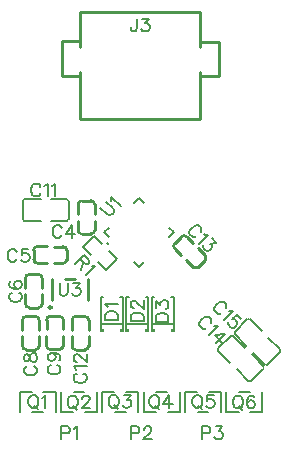
<source format=gto>
G04 Layer: TopSilkLayer*
G04 EasyEDA v6.4.20.6, 2021-08-14T17:17:54+08:00*
G04 75774476de7741c18b808344251b3932,34bb6763e28e4bbdb854ef51fa08daf4,10*
G04 Gerber Generator version 0.2*
G04 Scale: 100 percent, Rotated: No, Reflected: No *
G04 Dimensions in millimeters *
G04 leading zeros omitted , absolute positions ,4 integer and 5 decimal *
%FSLAX45Y45*%
%MOMM*%

%ADD10C,0.2540*%
%ADD40C,0.1524*%
%ADD41C,0.1500*%

%LPD*%
D40*
X1259641Y-1861116D02*
G01*
X1263233Y-1849981D01*
X1263233Y-1835251D01*
X1259641Y-1824476D01*
X1244912Y-1809747D01*
X1233957Y-1805978D01*
X1219230Y-1805978D01*
X1208095Y-1809569D01*
X1193365Y-1817113D01*
X1175047Y-1835431D01*
X1167683Y-1849981D01*
X1164089Y-1861116D01*
X1164089Y-1875843D01*
X1167861Y-1886798D01*
X1182590Y-1901527D01*
X1193365Y-1905119D01*
X1208095Y-1905119D01*
X1219230Y-1901527D01*
X1287480Y-1881769D02*
G01*
X1298615Y-1885363D01*
X1320525Y-1885363D01*
X1243477Y-1962414D01*
X1352138Y-1916973D02*
G01*
X1392547Y-1957384D01*
X1341000Y-1964748D01*
X1352138Y-1975883D01*
X1355907Y-1986838D01*
X1355907Y-1994024D01*
X1348366Y-2008751D01*
X1341000Y-2016114D01*
X1326454Y-2023478D01*
X1311727Y-2023478D01*
X1297178Y-2016114D01*
X1286042Y-2004979D01*
X1278679Y-1990430D01*
X1278679Y-1983247D01*
X1282270Y-1972111D01*
X85879Y-1831492D02*
G01*
X80543Y-1821078D01*
X70129Y-1810664D01*
X59971Y-1805584D01*
X39141Y-1805584D01*
X28727Y-1810664D01*
X18315Y-1821078D01*
X12981Y-1831492D01*
X7899Y-1847242D01*
X7899Y-1873148D01*
X12981Y-1888642D01*
X18313Y-1899058D01*
X28727Y-1909470D01*
X39141Y-1914550D01*
X59971Y-1914550D01*
X70129Y-1909470D01*
X80543Y-1899056D01*
X85879Y-1888642D01*
X171983Y-1805584D02*
G01*
X120167Y-1878228D01*
X198145Y-1878228D01*
X171983Y-1805584D02*
G01*
X171983Y-1914550D01*
X-295122Y-2034692D02*
G01*
X-300456Y-2024278D01*
X-310870Y-2013864D01*
X-321030Y-2008784D01*
X-341858Y-2008784D01*
X-352272Y-2013864D01*
X-362686Y-2024278D01*
X-368020Y-2034692D01*
X-373100Y-2050440D01*
X-373100Y-2076348D01*
X-368020Y-2091842D01*
X-362686Y-2102256D01*
X-352272Y-2112670D01*
X-341858Y-2117750D01*
X-321030Y-2117750D01*
X-310870Y-2112670D01*
X-300456Y-2102256D01*
X-295122Y-2091842D01*
X-198602Y-2008784D02*
G01*
X-250418Y-2008784D01*
X-255752Y-2055520D01*
X-250418Y-2050440D01*
X-234924Y-2045106D01*
X-219430Y-2045106D01*
X-203682Y-2050440D01*
X-193268Y-2060600D01*
X-188188Y-2076348D01*
X-188188Y-2086762D01*
X-193268Y-2102256D01*
X-203682Y-2112670D01*
X-219430Y-2117750D01*
X-234924Y-2117750D01*
X-250418Y-2112670D01*
X-255752Y-2107590D01*
X-260832Y-2097176D01*
X-335508Y-2376322D02*
G01*
X-345922Y-2381656D01*
X-356336Y-2392070D01*
X-361416Y-2402230D01*
X-361416Y-2423058D01*
X-356336Y-2433472D01*
X-345922Y-2443886D01*
X-335508Y-2449220D01*
X-319760Y-2454300D01*
X-293852Y-2454300D01*
X-278358Y-2449220D01*
X-267944Y-2443886D01*
X-257530Y-2433472D01*
X-252450Y-2423058D01*
X-252450Y-2402230D01*
X-257530Y-2392070D01*
X-267944Y-2381656D01*
X-278358Y-2376322D01*
X-345922Y-2279802D02*
G01*
X-356336Y-2284882D01*
X-361416Y-2300630D01*
X-361416Y-2310790D01*
X-356336Y-2326538D01*
X-340588Y-2336952D01*
X-314680Y-2342032D01*
X-288772Y-2342032D01*
X-267944Y-2336952D01*
X-257530Y-2326538D01*
X-252450Y-2310790D01*
X-252450Y-2305710D01*
X-257530Y-2290216D01*
X-267944Y-2279802D01*
X-283438Y-2274468D01*
X-288772Y-2274468D01*
X-304266Y-2279802D01*
X-314680Y-2290216D01*
X-319760Y-2305710D01*
X-319760Y-2310790D01*
X-314680Y-2326538D01*
X-304266Y-2336952D01*
X-288772Y-2342032D01*
X-208508Y-2998622D02*
G01*
X-218922Y-3003956D01*
X-229336Y-3014370D01*
X-234416Y-3024530D01*
X-234416Y-3045358D01*
X-229336Y-3055772D01*
X-218922Y-3066186D01*
X-208508Y-3071520D01*
X-192760Y-3076600D01*
X-166852Y-3076600D01*
X-151358Y-3071520D01*
X-140944Y-3066186D01*
X-130530Y-3055772D01*
X-125450Y-3045358D01*
X-125450Y-3024530D01*
X-130530Y-3014370D01*
X-140944Y-3003956D01*
X-151358Y-2998622D01*
X-234416Y-2938424D02*
G01*
X-229336Y-2953918D01*
X-218922Y-2959252D01*
X-208508Y-2959252D01*
X-198094Y-2953918D01*
X-192760Y-2943504D01*
X-187680Y-2922930D01*
X-182600Y-2907182D01*
X-172186Y-2896768D01*
X-161772Y-2891688D01*
X-146024Y-2891688D01*
X-135610Y-2896768D01*
X-130530Y-2902102D01*
X-125450Y-2917596D01*
X-125450Y-2938424D01*
X-130530Y-2953918D01*
X-135610Y-2959252D01*
X-146024Y-2964332D01*
X-161772Y-2964332D01*
X-172186Y-2959252D01*
X-182600Y-2948838D01*
X-187680Y-2933090D01*
X-192760Y-2912516D01*
X-198094Y-2902102D01*
X-208508Y-2896768D01*
X-218922Y-2896768D01*
X-229336Y-2902102D01*
X-234416Y-2917596D01*
X-234416Y-2938424D01*
X-10109Y-2989122D02*
G01*
X-20523Y-2994456D01*
X-30937Y-3004870D01*
X-36017Y-3015030D01*
X-36017Y-3035858D01*
X-30937Y-3046272D01*
X-20523Y-3056686D01*
X-10109Y-3062020D01*
X5638Y-3067100D01*
X31546Y-3067100D01*
X47040Y-3062020D01*
X57454Y-3056686D01*
X67868Y-3046272D01*
X72948Y-3035858D01*
X72948Y-3015030D01*
X67868Y-3004870D01*
X57454Y-2994456D01*
X47040Y-2989122D01*
X304Y-2887268D02*
G01*
X15798Y-2892602D01*
X26212Y-2903016D01*
X31546Y-2918510D01*
X31546Y-2923590D01*
X26212Y-2939338D01*
X15798Y-2949752D01*
X304Y-2954832D01*
X-4775Y-2954832D01*
X-20523Y-2949752D01*
X-30937Y-2939338D01*
X-36017Y-2923590D01*
X-36017Y-2918510D01*
X-30937Y-2903016D01*
X-20523Y-2892602D01*
X304Y-2887268D01*
X26212Y-2887268D01*
X52374Y-2892602D01*
X67868Y-2903016D01*
X72948Y-2918510D01*
X72948Y-2928924D01*
X67868Y-2944418D01*
X57454Y-2949752D01*
X-96723Y-1479092D02*
G01*
X-102057Y-1468678D01*
X-112471Y-1458264D01*
X-122631Y-1453184D01*
X-143459Y-1453184D01*
X-153873Y-1458264D01*
X-164287Y-1468678D01*
X-169621Y-1479092D01*
X-174701Y-1494840D01*
X-174701Y-1520748D01*
X-169621Y-1536242D01*
X-164287Y-1546656D01*
X-153873Y-1557070D01*
X-143459Y-1562150D01*
X-122631Y-1562150D01*
X-112471Y-1557070D01*
X-102057Y-1546656D01*
X-96723Y-1536242D01*
X-62433Y-1474012D02*
G01*
X-52019Y-1468678D01*
X-36525Y-1453184D01*
X-36525Y-1562150D01*
X-2235Y-1474012D02*
G01*
X8178Y-1468678D01*
X23672Y-1453184D01*
X23672Y-1562150D01*
X210591Y-3062122D02*
G01*
X200177Y-3067456D01*
X189763Y-3077870D01*
X184683Y-3088030D01*
X184683Y-3108858D01*
X189763Y-3119272D01*
X200177Y-3129686D01*
X210591Y-3135020D01*
X226339Y-3140100D01*
X252247Y-3140100D01*
X267741Y-3135020D01*
X278155Y-3129686D01*
X288569Y-3119272D01*
X293649Y-3108858D01*
X293649Y-3088030D01*
X288569Y-3077870D01*
X278155Y-3067456D01*
X267741Y-3062122D01*
X205511Y-3027832D02*
G01*
X200177Y-3017418D01*
X184683Y-3001924D01*
X293649Y-3001924D01*
X210591Y-2962300D02*
G01*
X205511Y-2962300D01*
X195097Y-2957220D01*
X189763Y-2952140D01*
X184683Y-2941726D01*
X184683Y-2920898D01*
X189763Y-2910484D01*
X195097Y-2905150D01*
X205511Y-2900070D01*
X215925Y-2900070D01*
X226339Y-2905150D01*
X241833Y-2915564D01*
X293649Y-2967634D01*
X293649Y-2894990D01*
X451383Y-2606700D02*
G01*
X560349Y-2606700D01*
X451383Y-2606700D02*
G01*
X451383Y-2570378D01*
X456463Y-2554630D01*
X466877Y-2544470D01*
X477291Y-2539136D01*
X493039Y-2534056D01*
X518947Y-2534056D01*
X534441Y-2539136D01*
X544855Y-2544470D01*
X555269Y-2554630D01*
X560349Y-2570378D01*
X560349Y-2606700D01*
X472211Y-2499766D02*
G01*
X466877Y-2489352D01*
X451383Y-2473604D01*
X560349Y-2473604D01*
X667283Y-2619400D02*
G01*
X776249Y-2619400D01*
X667283Y-2619400D02*
G01*
X667283Y-2583078D01*
X672363Y-2567330D01*
X682777Y-2557170D01*
X693191Y-2551836D01*
X708939Y-2546756D01*
X734847Y-2546756D01*
X750341Y-2551836D01*
X760755Y-2557170D01*
X771169Y-2567330D01*
X776249Y-2583078D01*
X776249Y-2619400D01*
X693191Y-2507132D02*
G01*
X688111Y-2507132D01*
X677697Y-2502052D01*
X672363Y-2496718D01*
X667283Y-2486304D01*
X667283Y-2465730D01*
X672363Y-2455316D01*
X677697Y-2449982D01*
X688111Y-2444902D01*
X698525Y-2444902D01*
X708939Y-2449982D01*
X724433Y-2460396D01*
X776249Y-2512466D01*
X776249Y-2439568D01*
X878382Y-2622600D02*
G01*
X987348Y-2622600D01*
X878382Y-2622600D02*
G01*
X878382Y-2586278D01*
X883462Y-2570530D01*
X893876Y-2560370D01*
X904290Y-2555036D01*
X920038Y-2549956D01*
X945946Y-2549956D01*
X961440Y-2555036D01*
X971854Y-2560370D01*
X982268Y-2570530D01*
X987348Y-2586278D01*
X987348Y-2622600D01*
X878382Y-2505252D02*
G01*
X878382Y-2448102D01*
X920038Y-2479090D01*
X920038Y-2463596D01*
X925118Y-2453182D01*
X930198Y-2448102D01*
X945946Y-2442768D01*
X956360Y-2442768D01*
X971854Y-2448102D01*
X982268Y-2458516D01*
X987348Y-2474010D01*
X987348Y-2489504D01*
X982268Y-2505252D01*
X977188Y-2510332D01*
X966774Y-2515666D01*
X721083Y-55984D02*
G01*
X721083Y-139042D01*
X715749Y-154790D01*
X710669Y-159870D01*
X700255Y-164950D01*
X689841Y-164950D01*
X679427Y-159870D01*
X674093Y-154790D01*
X669013Y-139042D01*
X669013Y-128628D01*
X765533Y-55984D02*
G01*
X822683Y-55984D01*
X791695Y-97640D01*
X807189Y-97640D01*
X817603Y-102720D01*
X822683Y-107800D01*
X828017Y-123548D01*
X828017Y-133962D01*
X822683Y-149456D01*
X812523Y-159870D01*
X796775Y-164950D01*
X781281Y-164950D01*
X765533Y-159870D01*
X760453Y-154790D01*
X755373Y-144376D01*
X81686Y-3510051D02*
G01*
X81686Y-3619017D01*
X81686Y-3510051D02*
G01*
X128422Y-3510051D01*
X143916Y-3515131D01*
X149250Y-3520465D01*
X154330Y-3530879D01*
X154330Y-3546373D01*
X149250Y-3556787D01*
X143916Y-3561867D01*
X128422Y-3567201D01*
X81686Y-3567201D01*
X188620Y-3530879D02*
G01*
X199034Y-3525545D01*
X214782Y-3510051D01*
X214782Y-3619017D01*
X668985Y-3510051D02*
G01*
X668985Y-3619017D01*
X668985Y-3510051D02*
G01*
X715721Y-3510051D01*
X731215Y-3515131D01*
X736549Y-3520465D01*
X741629Y-3530879D01*
X741629Y-3546373D01*
X736549Y-3556787D01*
X731215Y-3561867D01*
X715721Y-3567201D01*
X668985Y-3567201D01*
X781253Y-3535959D02*
G01*
X781253Y-3530879D01*
X786333Y-3520465D01*
X791667Y-3515131D01*
X802081Y-3510051D01*
X822655Y-3510051D01*
X833069Y-3515131D01*
X838403Y-3520465D01*
X843483Y-3530879D01*
X843483Y-3541293D01*
X838403Y-3551707D01*
X827989Y-3567201D01*
X775919Y-3619017D01*
X848817Y-3619017D01*
X1268984Y-3510051D02*
G01*
X1268984Y-3619017D01*
X1268984Y-3510051D02*
G01*
X1315720Y-3510051D01*
X1331213Y-3515131D01*
X1336547Y-3520465D01*
X1341628Y-3530879D01*
X1341628Y-3546373D01*
X1336547Y-3556787D01*
X1331213Y-3561867D01*
X1315720Y-3567201D01*
X1268984Y-3567201D01*
X1386331Y-3510051D02*
G01*
X1443481Y-3510051D01*
X1412494Y-3551707D01*
X1427987Y-3551707D01*
X1438402Y-3556787D01*
X1443481Y-3561867D01*
X1448815Y-3577615D01*
X1448815Y-3588029D01*
X1443481Y-3603523D01*
X1433068Y-3613937D01*
X1417573Y-3619017D01*
X1402079Y-3619017D01*
X1386331Y-3613937D01*
X1381252Y-3608857D01*
X1375918Y-3598443D01*
X-166659Y-3245086D02*
G01*
X-177073Y-3250166D01*
X-187487Y-3260580D01*
X-192821Y-3270994D01*
X-197901Y-3286742D01*
X-197901Y-3312650D01*
X-192821Y-3328144D01*
X-187487Y-3338558D01*
X-177073Y-3348972D01*
X-166659Y-3354052D01*
X-145831Y-3354052D01*
X-135671Y-3348972D01*
X-125257Y-3338558D01*
X-119923Y-3328144D01*
X-114843Y-3312650D01*
X-114843Y-3286742D01*
X-119923Y-3270994D01*
X-125257Y-3260580D01*
X-135671Y-3250166D01*
X-145831Y-3245086D01*
X-166659Y-3245086D01*
X-151165Y-3333478D02*
G01*
X-119923Y-3364466D01*
X-80553Y-3265914D02*
G01*
X-70139Y-3260580D01*
X-54391Y-3245086D01*
X-54391Y-3354052D01*
X165839Y-3248286D02*
G01*
X155425Y-3253366D01*
X145011Y-3263780D01*
X139677Y-3274194D01*
X134597Y-3289942D01*
X134597Y-3315850D01*
X139677Y-3331344D01*
X145011Y-3341758D01*
X155425Y-3352172D01*
X165839Y-3357252D01*
X186667Y-3357252D01*
X196827Y-3352172D01*
X207241Y-3341758D01*
X212575Y-3331344D01*
X217655Y-3315850D01*
X217655Y-3289942D01*
X212575Y-3274194D01*
X207241Y-3263780D01*
X196827Y-3253366D01*
X186667Y-3248286D01*
X165839Y-3248286D01*
X181333Y-3336678D02*
G01*
X212575Y-3367666D01*
X257279Y-3274194D02*
G01*
X257279Y-3269114D01*
X262359Y-3258700D01*
X267693Y-3253366D01*
X278107Y-3248286D01*
X298681Y-3248286D01*
X309095Y-3253366D01*
X314429Y-3258700D01*
X319509Y-3269114D01*
X319509Y-3279528D01*
X314429Y-3289942D01*
X304015Y-3305436D01*
X251945Y-3357252D01*
X324843Y-3357252D01*
X512739Y-3241885D02*
G01*
X502325Y-3246965D01*
X491911Y-3257379D01*
X486577Y-3267793D01*
X481497Y-3283541D01*
X481497Y-3309449D01*
X486577Y-3324943D01*
X491911Y-3335357D01*
X502325Y-3345771D01*
X512739Y-3350851D01*
X533567Y-3350851D01*
X543727Y-3345771D01*
X554141Y-3335357D01*
X559475Y-3324943D01*
X564555Y-3309449D01*
X564555Y-3283541D01*
X559475Y-3267793D01*
X554141Y-3257379D01*
X543727Y-3246965D01*
X533567Y-3241885D01*
X512739Y-3241885D01*
X528233Y-3330277D02*
G01*
X559475Y-3361265D01*
X609259Y-3241885D02*
G01*
X666409Y-3241885D01*
X635167Y-3283541D01*
X650915Y-3283541D01*
X661329Y-3288621D01*
X666409Y-3293701D01*
X671743Y-3309449D01*
X671743Y-3319863D01*
X666409Y-3335357D01*
X655995Y-3345771D01*
X640501Y-3350851D01*
X625007Y-3350851D01*
X609259Y-3345771D01*
X604179Y-3340691D01*
X598845Y-3330277D01*
X857940Y-3245086D02*
G01*
X847526Y-3250166D01*
X837112Y-3260580D01*
X831778Y-3270994D01*
X826698Y-3286742D01*
X826698Y-3312650D01*
X831778Y-3328144D01*
X837112Y-3338558D01*
X847526Y-3348972D01*
X857940Y-3354052D01*
X878768Y-3354052D01*
X888928Y-3348972D01*
X899342Y-3338558D01*
X904676Y-3328144D01*
X909756Y-3312650D01*
X909756Y-3286742D01*
X904676Y-3270994D01*
X899342Y-3260580D01*
X888928Y-3250166D01*
X878768Y-3245086D01*
X857940Y-3245086D01*
X873434Y-3333478D02*
G01*
X904676Y-3364466D01*
X996116Y-3245086D02*
G01*
X944046Y-3317730D01*
X1022024Y-3317730D01*
X996116Y-3245086D02*
G01*
X996116Y-3354052D01*
X1220640Y-3245086D02*
G01*
X1210226Y-3250166D01*
X1199812Y-3260580D01*
X1194478Y-3270994D01*
X1189398Y-3286742D01*
X1189398Y-3312650D01*
X1194478Y-3328144D01*
X1199812Y-3338558D01*
X1210226Y-3348972D01*
X1220640Y-3354052D01*
X1241468Y-3354052D01*
X1251628Y-3348972D01*
X1262042Y-3338558D01*
X1267376Y-3328144D01*
X1272456Y-3312650D01*
X1272456Y-3286742D01*
X1267376Y-3270994D01*
X1262042Y-3260580D01*
X1251628Y-3250166D01*
X1241468Y-3245086D01*
X1220640Y-3245086D01*
X1236134Y-3333478D02*
G01*
X1267376Y-3364466D01*
X1369230Y-3245086D02*
G01*
X1317160Y-3245086D01*
X1312080Y-3291822D01*
X1317160Y-3286742D01*
X1332908Y-3281408D01*
X1348402Y-3281408D01*
X1363896Y-3286742D01*
X1374310Y-3296902D01*
X1379644Y-3312650D01*
X1379644Y-3323064D01*
X1374310Y-3338558D01*
X1363896Y-3348972D01*
X1348402Y-3354052D01*
X1332908Y-3354052D01*
X1317160Y-3348972D01*
X1312080Y-3343892D01*
X1306746Y-3333478D01*
X1565838Y-3248286D02*
G01*
X1555424Y-3253366D01*
X1545010Y-3263780D01*
X1539676Y-3274194D01*
X1534596Y-3289942D01*
X1534596Y-3315850D01*
X1539676Y-3331344D01*
X1545010Y-3341758D01*
X1555424Y-3352172D01*
X1565838Y-3357252D01*
X1586666Y-3357252D01*
X1596826Y-3352172D01*
X1607240Y-3341758D01*
X1612574Y-3331344D01*
X1617654Y-3315850D01*
X1617654Y-3289942D01*
X1612574Y-3274194D01*
X1607240Y-3263780D01*
X1596826Y-3253366D01*
X1586666Y-3248286D01*
X1565838Y-3248286D01*
X1581332Y-3336678D02*
G01*
X1612574Y-3367666D01*
X1714428Y-3263780D02*
G01*
X1709094Y-3253366D01*
X1693600Y-3248286D01*
X1683186Y-3248286D01*
X1667692Y-3253366D01*
X1657278Y-3269114D01*
X1651944Y-3295022D01*
X1651944Y-3320930D01*
X1657278Y-3341758D01*
X1667692Y-3352172D01*
X1683186Y-3357252D01*
X1688266Y-3357252D01*
X1704014Y-3352172D01*
X1714428Y-3341758D01*
X1719508Y-3326264D01*
X1719508Y-3320930D01*
X1714428Y-3305436D01*
X1704014Y-3295022D01*
X1688266Y-3289942D01*
X1683186Y-3289942D01*
X1667692Y-3295022D01*
X1657278Y-3305436D01*
X1651944Y-3320930D01*
X275582Y-2059617D02*
G01*
X198531Y-2136668D01*
X275582Y-2059617D02*
G01*
X308630Y-2092665D01*
X315993Y-2107211D01*
X315993Y-2114755D01*
X312221Y-2125713D01*
X304858Y-2133076D01*
X293900Y-2136848D01*
X286537Y-2136668D01*
X271990Y-2129304D01*
X238942Y-2096256D01*
X264627Y-2121941D02*
G01*
X249897Y-2188034D01*
X336468Y-2149960D02*
G01*
X347604Y-2153551D01*
X369694Y-2153729D01*
X292643Y-2230780D01*
X65074Y-2294496D02*
G01*
X65074Y-2372474D01*
X70154Y-2387968D01*
X80568Y-2398382D01*
X96316Y-2403462D01*
X106730Y-2403462D01*
X122224Y-2398382D01*
X132638Y-2387968D01*
X137718Y-2372474D01*
X137718Y-2294496D01*
X182422Y-2294496D02*
G01*
X239572Y-2294496D01*
X208584Y-2336152D01*
X224078Y-2336152D01*
X234492Y-2341232D01*
X239572Y-2346312D01*
X244906Y-2362060D01*
X244906Y-2372474D01*
X239572Y-2387968D01*
X229158Y-2398382D01*
X213664Y-2403462D01*
X198170Y-2403462D01*
X182422Y-2398382D01*
X177342Y-2393302D01*
X172008Y-2382888D01*
X410766Y-1659755D02*
G01*
X465904Y-1714893D01*
X480451Y-1722257D01*
X495180Y-1722257D01*
X509907Y-1714713D01*
X517270Y-1707349D01*
X524634Y-1692800D01*
X524634Y-1678073D01*
X517270Y-1663527D01*
X462132Y-1608386D01*
X501106Y-1598869D02*
G01*
X504697Y-1587733D01*
X504878Y-1565640D01*
X581929Y-1642691D01*
X1344559Y-2637619D02*
G01*
X1348150Y-2626484D01*
X1348150Y-2611754D01*
X1344559Y-2600980D01*
X1329829Y-2586250D01*
X1318874Y-2582481D01*
X1304147Y-2582481D01*
X1293012Y-2586073D01*
X1278282Y-2593616D01*
X1259964Y-2611935D01*
X1252601Y-2626484D01*
X1249009Y-2637619D01*
X1249009Y-2652346D01*
X1252781Y-2663301D01*
X1267508Y-2678031D01*
X1278282Y-2681622D01*
X1293012Y-2681622D01*
X1304147Y-2678031D01*
X1372397Y-2658272D02*
G01*
X1383532Y-2661866D01*
X1405445Y-2661866D01*
X1328394Y-2738917D01*
X1466509Y-2722930D02*
G01*
X1378323Y-2737479D01*
X1433461Y-2792618D01*
X1466509Y-2722930D02*
G01*
X1389458Y-2799981D01*
X1471559Y-2510619D02*
G01*
X1475150Y-2499484D01*
X1475150Y-2484754D01*
X1471559Y-2473980D01*
X1456829Y-2459250D01*
X1445874Y-2455481D01*
X1431147Y-2455481D01*
X1420012Y-2459073D01*
X1405282Y-2466616D01*
X1386964Y-2484935D01*
X1379601Y-2499484D01*
X1376009Y-2510619D01*
X1376009Y-2525346D01*
X1379781Y-2536301D01*
X1394508Y-2551031D01*
X1405282Y-2554622D01*
X1420012Y-2554622D01*
X1431147Y-2551031D01*
X1499397Y-2531272D02*
G01*
X1510532Y-2534866D01*
X1532445Y-2534866D01*
X1455394Y-2611917D01*
X1600873Y-2603294D02*
G01*
X1564055Y-2566476D01*
X1527416Y-2595930D01*
X1534599Y-2595930D01*
X1549326Y-2603116D01*
X1560461Y-2614251D01*
X1567647Y-2628978D01*
X1567827Y-2643527D01*
X1560283Y-2658254D01*
X1552920Y-2665618D01*
X1538371Y-2672981D01*
X1523644Y-2672981D01*
X1509095Y-2665618D01*
X1497959Y-2654482D01*
X1490596Y-2639933D01*
X1490596Y-2632750D01*
X1494188Y-2621615D01*
G36*
X407771Y-2682697D02*
G01*
X407771Y-2713177D01*
X439775Y-2713177D01*
X439775Y-2682697D01*
G37*
G36*
X576224Y-2682697D02*
G01*
X576224Y-2713177D01*
X608228Y-2713177D01*
X608228Y-2682697D01*
G37*
G36*
X623671Y-2682697D02*
G01*
X623671Y-2713177D01*
X655675Y-2713177D01*
X655675Y-2682697D01*
G37*
G36*
X792124Y-2682697D02*
G01*
X792124Y-2713177D01*
X824128Y-2713177D01*
X824128Y-2682697D01*
G37*
G36*
X839571Y-2682697D02*
G01*
X839571Y-2713177D01*
X871575Y-2713177D01*
X871575Y-2682697D01*
G37*
G36*
X1008024Y-2682697D02*
G01*
X1008024Y-2713177D01*
X1040028Y-2713177D01*
X1040028Y-2682697D01*
G37*
D10*
X1294958Y-2102020D02*
G01*
X1238387Y-2158591D01*
X1238394Y-2001639D02*
G01*
X1294963Y-2058205D01*
X1138011Y-2102025D02*
G01*
X1194577Y-2158591D01*
X1198084Y-1960506D02*
G01*
X1141516Y-1903938D01*
X1097699Y-1903938D02*
G01*
X1041133Y-1960504D01*
X1097704Y-2060887D02*
G01*
X1041135Y-2004319D01*
X332077Y-1878901D02*
G01*
X252074Y-1878901D01*
X363062Y-1767926D02*
G01*
X363062Y-1847923D01*
X221096Y-1767926D02*
G01*
X221096Y-1847923D01*
X363644Y-1710336D02*
G01*
X363644Y-1630337D01*
X332661Y-1599354D02*
G01*
X252663Y-1599354D01*
X221683Y-1710336D02*
G01*
X221683Y-1630337D01*
X126301Y-2017422D02*
G01*
X126301Y-2097425D01*
X15326Y-1986437D02*
G01*
X95323Y-1986437D01*
X15326Y-2128403D02*
G01*
X95323Y-2128403D01*
X-42263Y-1985855D02*
G01*
X-122262Y-1985855D01*
X-153245Y-2016838D02*
G01*
X-153245Y-2096836D01*
X-42263Y-2127816D02*
G01*
X-122262Y-2127816D01*
X-192377Y-2223198D02*
G01*
X-112374Y-2223198D01*
X-223362Y-2334173D02*
G01*
X-223362Y-2254176D01*
X-81396Y-2334173D02*
G01*
X-81396Y-2254176D01*
X-223944Y-2391763D02*
G01*
X-223944Y-2471762D01*
X-192961Y-2502745D02*
G01*
X-112963Y-2502745D01*
X-81983Y-2391763D02*
G01*
X-81983Y-2471762D01*
X-217777Y-2578798D02*
G01*
X-137774Y-2578798D01*
X-248762Y-2689773D02*
G01*
X-248762Y-2609776D01*
X-106796Y-2689773D02*
G01*
X-106796Y-2609776D01*
X-249344Y-2747363D02*
G01*
X-249344Y-2827362D01*
X-218361Y-2858345D02*
G01*
X-138363Y-2858345D01*
X-107383Y-2747363D02*
G01*
X-107383Y-2827362D01*
X201322Y-2578798D02*
G01*
X281325Y-2578798D01*
X170337Y-2689773D02*
G01*
X170337Y-2609776D01*
X312303Y-2689773D02*
G01*
X312303Y-2609776D01*
X169755Y-2747363D02*
G01*
X169755Y-2827362D01*
X200738Y-2858345D02*
G01*
X280736Y-2858345D01*
X311716Y-2747363D02*
G01*
X311716Y-2827362D01*
D40*
X-231919Y-1766760D02*
G01*
X-90919Y-1766760D01*
X-90919Y-1586039D02*
G01*
X-231919Y-1586039D01*
X-247159Y-1601279D02*
G01*
X-247159Y-1751520D01*
X130319Y-1766760D02*
G01*
X-10680Y-1766760D01*
X-10680Y-1586039D02*
G01*
X130319Y-1586039D01*
X145559Y-1601279D02*
G01*
X145559Y-1751520D01*
D10*
X65377Y-2856801D02*
G01*
X-14625Y-2856801D01*
X96362Y-2745826D02*
G01*
X96362Y-2825823D01*
X-45603Y-2745826D02*
G01*
X-45603Y-2825823D01*
X96944Y-2688236D02*
G01*
X96944Y-2608237D01*
X65961Y-2577254D02*
G01*
X-14036Y-2577254D01*
X-45016Y-2688236D02*
G01*
X-45016Y-2608237D01*
D40*
X600623Y-2690322D02*
G01*
X600623Y-2415077D01*
X415376Y-2690322D02*
G01*
X415376Y-2415077D01*
X415376Y-2415077D02*
G01*
X434680Y-2415077D01*
X600623Y-2415077D02*
G01*
X581319Y-2415077D01*
X420377Y-2644378D02*
G01*
X595622Y-2644378D01*
X816523Y-2690322D02*
G01*
X816523Y-2415077D01*
X631276Y-2690322D02*
G01*
X631276Y-2415077D01*
X631276Y-2415077D02*
G01*
X650580Y-2415077D01*
X816523Y-2415077D02*
G01*
X797219Y-2415077D01*
X636277Y-2644378D02*
G01*
X811522Y-2644378D01*
X1032423Y-2690322D02*
G01*
X1032423Y-2415077D01*
X847176Y-2690322D02*
G01*
X847176Y-2415077D01*
X847176Y-2415077D02*
G01*
X866480Y-2415077D01*
X1032423Y-2415077D02*
G01*
X1013119Y-2415077D01*
X852177Y-2644378D02*
G01*
X1027422Y-2644378D01*
D10*
X242013Y-505007D02*
G01*
X242013Y-904699D01*
X1258013Y-904699D02*
G01*
X242013Y-904699D01*
X242013Y-4998D02*
G01*
X242013Y-294990D01*
X1258013Y-505007D02*
G01*
X1258013Y-904699D01*
X1258013Y-500D02*
G01*
X1258013Y-294990D01*
X1258013Y-500D02*
G01*
X242013Y-4998D01*
X85013Y-544068D02*
G01*
X85013Y-244990D01*
X1415013Y-541528D02*
G01*
X1415013Y-251968D01*
X242013Y-244990D02*
G01*
X85013Y-244990D01*
X1415013Y-251968D02*
G01*
X1258013Y-251968D01*
X242013Y-544068D02*
G01*
X85013Y-544068D01*
X1415013Y-541528D02*
G01*
X1258013Y-541528D01*
D40*
X32621Y-3385870D02*
G01*
X32621Y-3214131D01*
X-70540Y-3214131D01*
X-272620Y-3385870D02*
G01*
X-272620Y-3214131D01*
X-169458Y-3214131D01*
X-74460Y-3385870D02*
G01*
X-165539Y-3385870D01*
X77378Y-3214131D02*
G01*
X77378Y-3385870D01*
X180540Y-3385870D01*
X382620Y-3214131D02*
G01*
X382620Y-3385870D01*
X279458Y-3385870D01*
X184459Y-3214131D02*
G01*
X275539Y-3214131D01*
X732619Y-3385870D02*
G01*
X732619Y-3214131D01*
X629457Y-3214131D01*
X427377Y-3385870D02*
G01*
X427377Y-3214131D01*
X530539Y-3214131D01*
X625538Y-3385870D02*
G01*
X534459Y-3385870D01*
X777379Y-3214131D02*
G01*
X777379Y-3385870D01*
X880541Y-3385870D01*
X1082621Y-3214131D02*
G01*
X1082621Y-3385870D01*
X979459Y-3385870D01*
X884461Y-3214131D02*
G01*
X975540Y-3214131D01*
X1432620Y-3385870D02*
G01*
X1432620Y-3214131D01*
X1329458Y-3214131D01*
X1127379Y-3385870D02*
G01*
X1127379Y-3214131D01*
X1230541Y-3214131D01*
X1325539Y-3385870D02*
G01*
X1234460Y-3385870D01*
X1477378Y-3214131D02*
G01*
X1477378Y-3385870D01*
X1580540Y-3385870D01*
X1782620Y-3214131D02*
G01*
X1782620Y-3385870D01*
X1679458Y-3385870D01*
X1584459Y-3214131D02*
G01*
X1675538Y-3214131D01*
X389826Y-2121550D02*
G01*
X457629Y-2189353D01*
X551053Y-2095929D01*
X483250Y-2028126D01*
X329549Y-2061273D02*
G01*
X261746Y-1993470D01*
X355170Y-1900046D01*
X422973Y-1967849D01*
D10*
X-2606Y-2259495D02*
G01*
X-2606Y-2439497D01*
X112392Y-2259495D02*
G01*
X192394Y-2259495D01*
X307395Y-2259495D02*
G01*
X307395Y-2439497D01*
D40*
X696033Y-1613847D02*
G01*
X736600Y-1573281D01*
X777166Y-1613847D01*
X989652Y-1907466D02*
G01*
X1030218Y-1866900D01*
X989652Y-1826333D01*
X483547Y-1826333D02*
G01*
X442981Y-1866900D01*
X483547Y-1907466D01*
X777166Y-2119952D02*
G01*
X736600Y-2160518D01*
X696033Y-2119952D01*
X1408234Y-2869524D02*
G01*
X1507937Y-2969226D01*
X1635726Y-2841437D02*
G01*
X1536024Y-2741734D01*
X1514469Y-2741734D02*
G01*
X1408234Y-2847969D01*
X1664375Y-3125665D02*
G01*
X1564673Y-3025962D01*
X1692462Y-2898173D02*
G01*
X1792165Y-2997875D01*
X1792165Y-3019430D02*
G01*
X1685930Y-3125665D01*
X1547934Y-2729824D02*
G01*
X1647637Y-2829526D01*
X1775426Y-2701737D02*
G01*
X1675724Y-2602034D01*
X1654169Y-2602034D02*
G01*
X1547934Y-2708269D01*
X1804075Y-2985965D02*
G01*
X1704373Y-2886262D01*
X1832162Y-2758473D02*
G01*
X1931865Y-2858175D01*
X1931865Y-2879730D02*
G01*
X1825630Y-2985965D01*
D10*
G75*
G01*
X1097697Y-1903933D02*
G02*
X1141514Y-1903933I21908J-21908D01*
G75*
G01*
X1041128Y-2004319D02*
G02*
X1041131Y-1960502I21909J21907D01*
G75*
G01*
X1294958Y-2058203D02*
G02*
X1294958Y-2102020I-21908J-21908D01*
G75*
G01*
X1238390Y-2158589D02*
G02*
X1194575Y-2158589I-21908J21909D01*
G75*
G01*
X332661Y-1599349D02*
G02*
X363647Y-1630332I3J-30983D01*
G75*
G01*
X221678Y-1630332D02*
G02*
X252664Y-1599349I30983J0D01*
G75*
G01*
X363063Y-1847919D02*
G02*
X332077Y-1878901I-30983J0D01*
G75*
G01*
X252080Y-1878901D02*
G02*
X221097Y-1847921I0J30982D01*
G75*
G01*
X-153251Y-2016839D02*
G02*
X-122268Y-1985856I30983J0D01*
G75*
G01*
X-122268Y-2127822D02*
G02*
X-153251Y-2096836I0J30983D01*
G75*
G01*
X95319Y-1986437D02*
G02*
X126301Y-2017423I0J-30983D01*
G75*
G01*
X126301Y-2097420D02*
G02*
X95319Y-2128403I-30982J0D01*
G75*
G01*
X-192961Y-2502751D02*
G02*
X-223944Y-2471768I0J30983D01*
G75*
G01*
X-81978Y-2471768D02*
G02*
X-112964Y-2502751I-30983J0D01*
G75*
G01*
X-223363Y-2254181D02*
G02*
X-192377Y-2223199I30983J0D01*
G75*
G01*
X-112380Y-2223199D02*
G02*
X-81397Y-2254181I0J-30982D01*
G75*
G01*
X-218361Y-2858351D02*
G02*
X-249344Y-2827368I0J30983D01*
G75*
G01*
X-107378Y-2827368D02*
G02*
X-138364Y-2858351I-30983J0D01*
G75*
G01*
X-248763Y-2609781D02*
G02*
X-217777Y-2578799I30983J0D01*
G75*
G01*
X-137780Y-2578799D02*
G02*
X-106797Y-2609781I0J-30982D01*
G75*
G01*
X200739Y-2858351D02*
G02*
X169756Y-2827368I0J30983D01*
G75*
G01*
X311722Y-2827368D02*
G02*
X280736Y-2858351I-30983J0D01*
G75*
G01*
X170337Y-2609781D02*
G02*
X201323Y-2578799I30983J0D01*
G75*
G01*
X281320Y-2578799D02*
G02*
X312303Y-2609781I0J-30982D01*
D40*
G75*
G01*
X-231920Y-1586040D02*
G03*
X-247160Y-1601280I0J-15240D01*
G75*
G01*
X-247160Y-1751520D02*
G03*
X-231920Y-1766760I15240J0D01*
G75*
G01*
X130320Y-1586040D02*
G02*
X145560Y-1601280I0J-15240D01*
G75*
G01*
X145560Y-1751520D02*
G02*
X130320Y-1766760I-15240J0D01*
D10*
G75*
G01*
X65961Y-2577249D02*
G02*
X96944Y-2608232I0J-30983D01*
G75*
G01*
X-45022Y-2608232D02*
G02*
X-14036Y-2577249I30983J0D01*
G75*
G01*
X96363Y-2825819D02*
G02*
X65377Y-2856801I-30983J0D01*
G75*
G01*
X-14620Y-2856801D02*
G02*
X-45603Y-2825819I0J30982D01*
D40*
G75*
G01*
X1536024Y-2741734D02*
G03*
X1514470Y-2741734I-10777J-10776D01*
G75*
G01*
X1408234Y-2847970D02*
G03*
X1408234Y-2869524I10776J-10777D01*
G75*
G01*
X1792166Y-2997876D02*
G02*
X1792166Y-3019430I-10776J-10777D01*
G75*
G01*
X1685930Y-3125666D02*
G02*
X1664376Y-3125666I-10777J10776D01*
G75*
G01*
X1675724Y-2602034D02*
G03*
X1654170Y-2602034I-10777J-10776D01*
G75*
G01*
X1547934Y-2708270D02*
G03*
X1547934Y-2729824I10776J-10777D01*
G75*
G01*
X1931866Y-2858176D02*
G02*
X1931866Y-2879730I-10776J-10777D01*
G75*
G01*
X1825630Y-2985966D02*
G02*
X1804076Y-2985966I-10777J10776D01*
D10*
G75*
G01
X0Y-2501887D02*
G03X0Y-2501887I-12700J0D01*
D41*
G75*
G01
X479643Y-1961660D02*
G03X479643Y-1961660I-7493J0D01*
M02*

</source>
